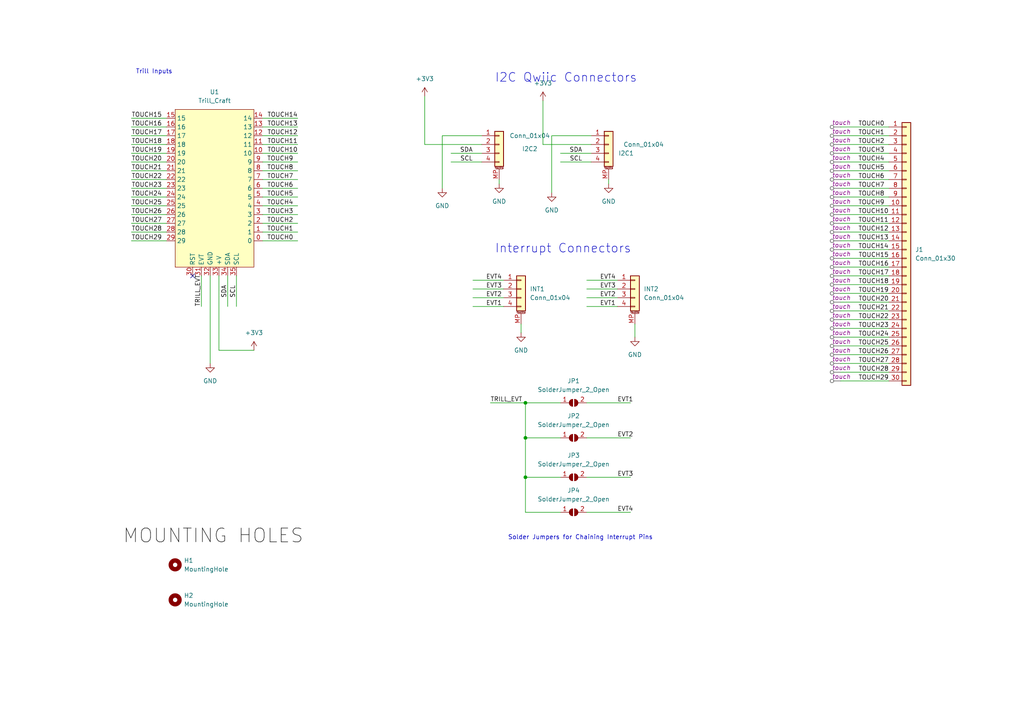
<source format=kicad_sch>
(kicad_sch (version 20230121) (generator eeschema)
  (paper "A4")
  (lib_symbols
    (symbol "+3V3_1" (power) (pin_names (offset 0))
      (property "Value" "+3V3_1" (at 0 3.556 0))
      (symbol "+3V3_1_0_1"
        (polyline (pts (xy -0.762 1.27) (xy 0 2.54)))
        (polyline (pts (xy 0 0) (xy 0 2.54)))
        (polyline (pts (xy 0 2.54) (xy 0.762 1.27)))
      )
      (symbol "+3V3_1_1_1"
        (pin power_in line (at 0 0 90) (length 0) hide (name "+3V3") (number "1"))
      )
    )
    (symbol "Connector_Generic:Conn_01x30" (pin_names (offset 1.016) hide)
      (property "Reference" "J" (at 0 38.1 0))
      (property "Value" "Conn_01x30" (at 0 -40.64 0))
      (symbol "Conn_01x30_1_1"
        (rectangle (start -1.27 -37.973) (end 0 -38.227) (stroke (width 0.1524)))
        (rectangle (start -1.27 -35.433) (end 0 -35.687) (stroke (width 0.1524)))
        (rectangle (start -1.27 -32.893) (end 0 -33.147) (stroke (width 0.1524)))
        (rectangle (start -1.27 -30.353) (end 0 -30.607) (stroke (width 0.1524)))
        (rectangle (start -1.27 -27.813) (end 0 -28.067) (stroke (width 0.1524)))
        (rectangle (start -1.27 -25.273) (end 0 -25.527) (stroke (width 0.1524)))
        (rectangle (start -1.27 -22.733) (end 0 -22.987) (stroke (width 0.1524)))
        (rectangle (start -1.27 -20.193) (end 0 -20.447) (stroke (width 0.1524)))
        (rectangle (start -1.27 -17.653) (end 0 -17.907) (stroke (width 0.1524)))
        (rectangle (start -1.27 -15.113) (end 0 -15.367) (stroke (width 0.1524)))
        (rectangle (start -1.27 -12.573) (end 0 -12.827) (stroke (width 0.1524)))
        (rectangle (start -1.27 -10.033) (end 0 -10.287) (stroke (width 0.1524)))
        (rectangle (start -1.27 -7.493) (end 0 -7.747) (stroke (width 0.1524)))
        (rectangle (start -1.27 -4.953) (end 0 -5.207) (stroke (width 0.1524)))
        (rectangle (start -1.27 -2.413) (end 0 -2.667) (stroke (width 0.1524)))
        (rectangle (start -1.27 0.127) (end 0 -0.127) (stroke (width 0.1524)))
        (rectangle (start -1.27 2.667) (end 0 2.413) (stroke (width 0.1524)))
        (rectangle (start -1.27 5.207) (end 0 4.953) (stroke (width 0.1524)))
        (rectangle (start -1.27 7.747) (end 0 7.493) (stroke (width 0.1524)))
        (rectangle (start -1.27 10.287) (end 0 10.033) (stroke (width 0.1524)))
        (rectangle (start -1.27 12.827) (end 0 12.573) (stroke (width 0.1524)))
        (rectangle (start -1.27 15.367) (end 0 15.113) (stroke (width 0.1524)))
        (rectangle (start -1.27 17.907) (end 0 17.653) (stroke (width 0.1524)))
        (rectangle (start -1.27 20.447) (end 0 20.193) (stroke (width 0.1524)))
        (rectangle (start -1.27 22.987) (end 0 22.733) (stroke (width 0.1524)))
        (rectangle (start -1.27 25.527) (end 0 25.273) (stroke (width 0.1524)))
        (rectangle (start -1.27 28.067) (end 0 27.813) (stroke (width 0.1524)))
        (rectangle (start -1.27 30.607) (end 0 30.353) (stroke (width 0.1524)))
        (rectangle (start -1.27 33.147) (end 0 32.893) (stroke (width 0.1524)))
        (rectangle (start -1.27 35.687) (end 0 35.433) (stroke (width 0.1524)))
        (rectangle (start -1.27 36.83) (end 1.27 -39.37) (stroke (width 0.254)) (fill (type background)))
        (pin passive line (at -5.08 35.56 0) (length 3.81) (name "Pin_1") (number "1"))
        (pin passive line (at -5.08 12.7 0) (length 3.81) (name "Pin_10") (number "10"))
        (pin passive line (at -5.08 10.16 0) (length 3.81) (name "Pin_11") (number "11"))
        (pin passive line (at -5.08 7.62 0) (length 3.81) (name "Pin_12") (number "12"))
        (pin passive line (at -5.08 5.08 0) (length 3.81) (name "Pin_13") (number "13"))
        (pin passive line (at -5.08 2.54 0) (length 3.81) (name "Pin_14") (number "14"))
        (pin passive line (at -5.08 0 0) (length 3.81) (name "Pin_15") (number "15"))
        (pin passive line (at -5.08 -2.54 0) (length 3.81) (name "Pin_16") (number "16"))
        (pin passive line (at -5.08 -5.08 0) (length 3.81) (name "Pin_17") (number "17"))
        (pin passive line (at -5.08 -7.62 0) (length 3.81) (name "Pin_18") (number "18"))
        (pin passive line (at -5.08 -10.16 0) (length 3.81) (name "Pin_19") (number "19"))
        (pin passive line (at -5.08 33.02 0) (length 3.81) (name "Pin_2") (number "2"))
        (pin passive line (at -5.08 -12.7 0) (length 3.81) (name "Pin_20") (number "20"))
        (pin passive line (at -5.08 -15.24 0) (length 3.81) (name "Pin_21") (number "21"))
        (pin passive line (at -5.08 -17.78 0) (length 3.81) (name "Pin_22") (number "22"))
        (pin passive line (at -5.08 -20.32 0) (length 3.81) (name "Pin_23") (number "23"))
        (pin passive line (at -5.08 -22.86 0) (length 3.81) (name "Pin_24") (number "24"))
        (pin passive line (at -5.08 -25.4 0) (length 3.81) (name "Pin_25") (number "25"))
        (pin passive line (at -5.08 -27.94 0) (length 3.81) (name "Pin_26") (number "26"))
        (pin passive line (at -5.08 -30.48 0) (length 3.81) (name "Pin_27") (number "27"))
        (pin passive line (at -5.08 -33.02 0) (length 3.81) (name "Pin_28") (number "28"))
        (pin passive line (at -5.08 -35.56 0) (length 3.81) (name "Pin_29") (number "29"))
        (pin passive line (at -5.08 30.48 0) (length 3.81) (name "Pin_3") (number "3"))
        (pin passive line (at -5.08 -38.1 0) (length 3.81) (name "Pin_30") (number "30"))
        (pin passive line (at -5.08 27.94 0) (length 3.81) (name "Pin_4") (number "4"))
        (pin passive line (at -5.08 25.4 0) (length 3.81) (name "Pin_5") (number "5"))
        (pin passive line (at -5.08 22.86 0) (length 3.81) (name "Pin_6") (number "6"))
        (pin passive line (at -5.08 20.32 0) (length 3.81) (name "Pin_7") (number "7"))
        (pin passive line (at -5.08 17.78 0) (length 3.81) (name "Pin_8") (number "8"))
        (pin passive line (at -5.08 15.24 0) (length 3.81) (name "Pin_9") (number "9"))
      )
    )
    (symbol "Connector_Generic_MountingPin:Conn_01x04_MountingPin" (pin_names (offset 1.016) hide)
      (property "Reference" "J" (at 0 5.08 0))
      (property "Value" "Conn_01x04_MountingPin" (at 1.27 -7.62 0))
      (symbol "Conn_01x04_MountingPin_1_1"
        (rectangle (start -1.27 -4.953) (end 0 -5.207) (stroke (width 0.1524)))
        (rectangle (start -1.27 -2.413) (end 0 -2.667) (stroke (width 0.1524)))
        (rectangle (start -1.27 0.127) (end 0 -0.127) (stroke (width 0.1524)))
        (rectangle (start -1.27 2.667) (end 0 2.413) (stroke (width 0.1524)))
        (rectangle (start -1.27 3.81) (end 1.27 -6.35) (stroke (width 0.254)) (fill (type background)))
        (polyline (pts (xy -1.016 -7.112) (xy 1.016 -7.112)) (stroke (width 0.1524)))
        (text "Mounting" (at 0 -6.731 0) (effects (font (size 0.381 0.381))))
        (pin passive line (at -5.08 2.54 0) (length 3.81) (name "Pin_1") (number "1"))
        (pin passive line (at -5.08 0 0) (length 3.81) (name "Pin_2") (number "2"))
        (pin passive line (at -5.08 -2.54 0) (length 3.81) (name "Pin_3") (number "3"))
        (pin passive line (at -5.08 -5.08 0) (length 3.81) (name "Pin_4") (number "4"))
        (pin passive line (at 0 -10.16 90) (length 3.048) (name "MountPin") (number "MP"))
      )
    )
    (symbol "GND_1" (power) (pin_names (offset 0))
      (property "Value" "GND_1" (at 0 -3.81 0))
      (symbol "GND_1_0_1"
        (polyline (pts (xy 0 0) (xy 0 -1.27) (xy 1.27 -1.27) (xy 0 -2.54) (xy -1.27 -1.27) (xy 0 -1.27)))
      )
      (symbol "GND_1_1_1"
        (pin power_in line (at 0 0 270) (length 0) hide (name "GND") (number "1"))
      )
    )
    (symbol "Jumper:SolderJumper_2_Open" (pin_names (offset 0) hide)
      (property "Reference" "JP" (at 0 2.032 0))
      (property "Value" "SolderJumper_2_Open" (at 0 -2.54 0))
      (symbol "SolderJumper_2_Open_0_1"
        (arc (start -0.254 1.016) (mid -1.2656 0) (end -0.254 -1.016))
        (arc (start -0.254 1.016) (mid -1.2656 0) (end -0.254 -1.016) (fill (type outline)))
        (polyline (pts (xy -0.254 1.016) (xy -0.254 -1.016)))
        (polyline (pts (xy 0.254 1.016) (xy 0.254 -1.016)))
        (arc (start 0.254 -1.016) (mid 1.2656 0) (end 0.254 1.016))
        (arc (start 0.254 -1.016) (mid 1.2656 0) (end 0.254 1.016) (fill (type outline)))
      )
      (symbol "SolderJumper_2_Open_1_1"
        (pin passive line (at -3.81 0 0) (length 2.54) (name "A") (number "1"))
        (pin passive line (at 3.81 0 180) (length 2.54) (name "B") (number "2"))
      )
    )
    (symbol "Mechanical:MountingHole" (pin_names (offset 1.016))
      (property "Reference" "H" (at 0 5.08 0))
      (property "Value" "MountingHole" (at 0 3.175 0))
      (symbol "MountingHole_0_1"
        (circle (center 0 0) (radius 1.27) (stroke (width 1.27)))
      )
    )
    (symbol "power:+3V3" (power) (pin_names (offset 0))
      (property "Value" "+3V3" (at 0 3.556 0))
      (symbol "+3V3_0_1"
        (polyline (pts (xy -0.762 1.27) (xy 0 2.54)))
        (polyline (pts (xy 0 0) (xy 0 2.54)))
        (polyline (pts (xy 0 2.54) (xy 0.762 1.27)))
      )
      (symbol "+3V3_1_1"
        (pin power_in line (at 0 0 90) (length 0) hide (name "+3V3") (number "1"))
      )
    )
    (symbol "power:GND" (power) (pin_names (offset 0))
      (property "Value" "GND" (at 0 -3.81 0))
      (symbol "GND_0_1"
        (polyline (pts (xy 0 0) (xy 0 -1.27) (xy 1.27 -1.27) (xy 0 -2.54) (xy -1.27 -1.27) (xy 0 -1.27)))
      )
      (symbol "GND_1_1"
        (pin power_in line (at 0 0 270) (length 0) hide (name "GND") (number "1"))
      )
    )
    (symbol "trill-symbols:Trill_Craft"
      (property "Reference" "U" (at 0 2.54 0))
      (property "Value" "Trill_Craft" (at 0 0 0))
      (symbol "Trill_Craft_0_1"
        (rectangle (start -11.43 21.59) (end 11.43 -24.13) (fill (type background)))
      )
      (symbol "Trill_Craft_1_1"
        (pin input line (at 13.97 -16.51 180) (length 2.54) (name "0") (number "0"))
        (pin input line (at 13.97 -13.97 180) (length 2.54) (name "1") (number "1"))
        (pin input line (at 13.97 8.89 180) (length 2.54) (name "10") (number "10"))
        (pin input line (at 13.97 11.43 180) (length 2.54) (name "11") (number "11"))
        (pin input line (at 13.97 13.97 180) (length 2.54) (name "12") (number "12"))
        (pin input line (at 13.97 16.51 180) (length 2.54) (name "13") (number "13"))
        (pin input line (at 13.97 19.05 180) (length 2.54) (name "14") (number "14"))
        (pin input line (at -13.97 19.05 0) (length 2.54) (name "15") (number "15"))
        (pin input line (at -13.97 16.51 0) (length 2.54) (name "16") (number "16"))
        (pin input line (at -13.97 13.97 0) (length 2.54) (name "17") (number "17"))
        (pin input line (at -13.97 11.43 0) (length 2.54) (name "18") (number "18"))
        (pin input line (at -13.97 8.89 0) (length 2.54) (name "19") (number "19"))
        (pin input line (at 13.97 -11.43 180) (length 2.54) (name "2") (number "2"))
        (pin input line (at -13.97 6.35 0) (length 2.54) (name "20") (number "20"))
        (pin input line (at -13.97 3.81 0) (length 2.54) (name "21") (number "21"))
        (pin input line (at -13.97 1.27 0) (length 2.54) (name "22") (number "22"))
        (pin input line (at -13.97 -1.27 0) (length 2.54) (name "23") (number "23"))
        (pin input line (at -13.97 -3.81 0) (length 2.54) (name "24") (number "24"))
        (pin input line (at -13.97 -6.35 0) (length 2.54) (name "25") (number "25"))
        (pin input line (at -13.97 -8.89 0) (length 2.54) (name "26") (number "26"))
        (pin input line (at -13.97 -11.43 0) (length 2.54) (name "27") (number "27"))
        (pin input line (at -13.97 -13.97 0) (length 2.54) (name "28") (number "28"))
        (pin input line (at -13.97 -16.51 0) (length 2.54) (name "29") (number "29"))
        (pin input line (at 13.97 -8.89 180) (length 2.54) (name "3") (number "3"))
        (pin input line (at -6.35 -26.67 90) (length 2.54) (name "RST") (number "30"))
        (pin input line (at -3.81 -26.67 90) (length 2.54) (name "EVT") (number "31"))
        (pin power_in line (at -1.27 -26.67 90) (length 2.54) (name "GND") (number "32"))
        (pin power_in line (at 1.27 -26.67 90) (length 2.54) (name "+V") (number "33"))
        (pin bidirectional line (at 3.81 -26.67 90) (length 2.54) (name "SDA") (number "34"))
        (pin bidirectional line (at 6.35 -26.67 90) (length 2.54) (name "SCL") (number "35"))
        (pin input line (at 13.97 -6.35 180) (length 2.54) (name "4") (number "4"))
        (pin input line (at 13.97 -3.81 180) (length 2.54) (name "5") (number "5"))
        (pin input line (at 13.97 -1.27 180) (length 2.54) (name "6") (number "6"))
        (pin input line (at 13.97 1.27 180) (length 2.54) (name "7") (number "7"))
        (pin input line (at 13.97 3.81 180) (length 2.54) (name "8") (number "8"))
        (pin input line (at 13.97 6.35 180) (length 2.54) (name "9") (number "9"))
      )
    )
  )
  (junction (at 152.4 116.84))
  (junction (at 152.4 127))
  (junction (at 152.4 138.43))
  (no_connect (at 55.88 80.01))
  (wire (pts (xy 137.16 86.36) (xy 146.05 86.36)))
  (wire (pts (xy 86.36 54.61) (xy 76.2 54.61)))
  (wire (pts (xy 66.04 80.01) (xy 66.04 88.9)))
  (wire (pts (xy 243.84 82.55) (xy 257.81 82.55)))
  (wire (pts (xy 243.84 59.69) (xy 257.81 59.69)))
  (wire (pts (xy 48.26 34.29) (xy 38.1 34.29)))
  (wire (pts (xy 86.36 57.15) (xy 76.2 57.15)))
  (wire (pts (xy 243.84 97.79) (xy 257.81 97.79)))
  (wire (pts (xy 162.56 138.43) (xy 152.4 138.43)))
  (wire (pts (xy 152.4 116.84) (xy 162.56 116.84)))
  (wire (pts (xy 58.42 80.01) (xy 58.42 88.9)))
  (wire (pts (xy 76.2 34.29) (xy 86.36 34.29)))
  (wire (pts (xy 76.2 39.37) (xy 86.36 39.37)))
  (wire (pts (xy 137.16 83.82) (xy 146.05 83.82)))
  (wire (pts (xy 63.5 101.6) (xy 73.66 101.6)))
  (wire (pts (xy 243.84 87.63) (xy 257.81 87.63)))
  (wire (pts (xy 48.26 69.85) (xy 38.1 69.85)))
  (wire (pts (xy 86.36 52.07) (xy 76.2 52.07)))
  (wire (pts (xy 48.26 62.23) (xy 38.1 62.23)))
  (wire (pts (xy 157.48 29.21) (xy 157.48 41.91)))
  (wire (pts (xy 171.45 46.99) (xy 162.56 46.99)))
  (wire (pts (xy 152.4 116.84) (xy 152.4 127)))
  (wire (pts (xy 243.84 62.23) (xy 257.81 62.23)))
  (wire (pts (xy 128.27 39.37) (xy 128.27 54.61)))
  (wire (pts (xy 139.7 46.99) (xy 130.81 46.99)))
  (wire (pts (xy 139.7 44.45) (xy 130.81 44.45)))
  (wire (pts (xy 123.19 27.94) (xy 123.19 41.91)))
  (wire (pts (xy 137.16 81.28) (xy 146.05 81.28)))
  (wire (pts (xy 243.84 105.41) (xy 257.81 105.41)))
  (wire (pts (xy 243.84 44.45) (xy 257.81 44.45)))
  (wire (pts (xy 86.36 59.69) (xy 76.2 59.69)))
  (wire (pts (xy 48.26 39.37) (xy 38.1 39.37)))
  (wire (pts (xy 243.84 69.85) (xy 257.81 69.85)))
  (wire (pts (xy 243.84 80.01) (xy 257.81 80.01)))
  (wire (pts (xy 86.36 46.99) (xy 76.2 46.99)))
  (wire (pts (xy 243.84 64.77) (xy 257.81 64.77)))
  (wire (pts (xy 48.26 41.91) (xy 38.1 41.91)))
  (wire (pts (xy 162.56 148.59) (xy 152.4 148.59)))
  (wire (pts (xy 152.4 138.43) (xy 152.4 148.59)))
  (wire (pts (xy 243.84 102.87) (xy 257.81 102.87)))
  (wire (pts (xy 171.45 44.45) (xy 162.56 44.45)))
  (wire (pts (xy 170.18 83.82) (xy 179.07 83.82)))
  (wire (pts (xy 68.58 80.01) (xy 68.58 88.9)))
  (wire (pts (xy 142.24 116.84) (xy 152.4 116.84)))
  (wire (pts (xy 48.26 59.69) (xy 38.1 59.69)))
  (wire (pts (xy 48.26 64.77) (xy 38.1 64.77)))
  (wire (pts (xy 48.26 52.07) (xy 38.1 52.07)))
  (wire (pts (xy 170.18 127) (xy 182.88 127)))
  (wire (pts (xy 63.5 80.01) (xy 63.5 101.6)))
  (wire (pts (xy 76.2 44.45) (xy 86.36 44.45)))
  (wire (pts (xy 86.36 49.53) (xy 76.2 49.53)))
  (wire (pts (xy 48.26 54.61) (xy 38.1 54.61)))
  (wire (pts (xy 86.36 62.23) (xy 76.2 62.23)))
  (wire (pts (xy 60.96 105.41) (xy 60.96 80.01)))
  (wire (pts (xy 243.84 110.49) (xy 257.81 110.49)))
  (wire (pts (xy 48.26 44.45) (xy 38.1 44.45)))
  (wire (pts (xy 170.18 88.9) (xy 179.07 88.9)))
  (wire (pts (xy 243.84 90.17) (xy 257.81 90.17)))
  (wire (pts (xy 170.18 116.84) (xy 182.88 116.84)))
  (wire (pts (xy 171.45 41.91) (xy 157.48 41.91)))
  (wire (pts (xy 86.36 64.77) (xy 76.2 64.77)))
  (wire (pts (xy 86.36 69.85) (xy 76.2 69.85)))
  (wire (pts (xy 243.84 39.37) (xy 257.81 39.37)))
  (wire (pts (xy 48.26 49.53) (xy 38.1 49.53)))
  (wire (pts (xy 152.4 127) (xy 152.4 138.43)))
  (wire (pts (xy 48.26 46.99) (xy 38.1 46.99)))
  (wire (pts (xy 170.18 81.28) (xy 179.07 81.28)))
  (wire (pts (xy 76.2 41.91) (xy 86.36 41.91)))
  (wire (pts (xy 162.56 127) (xy 152.4 127)))
  (wire (pts (xy 48.26 36.83) (xy 38.1 36.83)))
  (wire (pts (xy 176.53 53.34) (xy 176.53 52.07)))
  (wire (pts (xy 76.2 36.83) (xy 86.36 36.83)))
  (wire (pts (xy 86.36 67.31) (xy 76.2 67.31)))
  (wire (pts (xy 139.7 41.91) (xy 123.19 41.91)))
  (wire (pts (xy 170.18 148.59) (xy 182.88 148.59)))
  (wire (pts (xy 243.84 95.25) (xy 257.81 95.25)))
  (wire (pts (xy 151.13 96.52) (xy 151.13 93.98)))
  (wire (pts (xy 243.84 54.61) (xy 257.81 54.61)))
  (wire (pts (xy 243.84 52.07) (xy 257.81 52.07)))
  (wire (pts (xy 243.84 72.39) (xy 257.81 72.39)))
  (wire (pts (xy 243.84 77.47) (xy 257.81 77.47)))
  (wire (pts (xy 170.18 138.43) (xy 182.88 138.43)))
  (wire (pts (xy 243.84 74.93) (xy 257.81 74.93)))
  (wire (pts (xy 243.84 49.53) (xy 257.81 49.53)))
  (wire (pts (xy 171.45 39.37) (xy 160.02 39.37)))
  (wire (pts (xy 48.26 57.15) (xy 38.1 57.15)))
  (wire (pts (xy 243.84 41.91) (xy 257.81 41.91)))
  (wire (pts (xy 48.26 67.31) (xy 38.1 67.31)))
  (wire (pts (xy 243.84 107.95) (xy 257.81 107.95)))
  (wire (pts (xy 243.84 67.31) (xy 257.81 67.31)))
  (wire (pts (xy 160.02 39.37) (xy 160.02 55.88)))
  (wire (pts (xy 243.84 100.33) (xy 257.81 100.33)))
  (wire (pts (xy 243.84 36.83) (xy 257.81 36.83)))
  (wire (pts (xy 139.7 39.37) (xy 128.27 39.37)))
  (wire (pts (xy 243.84 92.71) (xy 257.81 92.71)))
  (wire (pts (xy 137.16 88.9) (xy 146.05 88.9)))
  (wire (pts (xy 144.78 53.34) (xy 144.78 52.07)))
  (wire (pts (xy 170.18 86.36) (xy 179.07 86.36)))
  (wire (pts (xy 243.84 46.99) (xy 257.81 46.99)))
  (wire (pts (xy 184.15 97.79) (xy 184.15 93.98)))
  (wire (pts (xy 243.84 85.09) (xy 257.81 85.09)))
  (wire (pts (xy 243.84 57.15) (xy 257.81 57.15)))
  (text "Trill Inputs" (at 39.37 21.59 0) (effects (font (size 1.27 1.27)) (justify left bottom)))
  (text "Interrupt Connectors" (at 143.51 73.66 0) (effects (font (size 2.54 2.54)) (justify left bottom)))
  (text "Solder Jumpers for Chaining Interrupt Pins\n\n" (at 147.32 158.75 0) (effects (font (size 1.27 1.27)) (justify left bottom)))
  (text "I2C Qwiic Connectors" (at 143.51 24.13 0) (effects (font (size 2.54 2.54)) (justify left bottom)))
  (label "EVT4" (at 173.99 81.28 0))
  (label "TOUCH4" (at 248.92 46.99 0))
  (label "TOUCH29" (at 46.99 69.85 180))
  (label "TOUCH7" (at 85.09 52.07 180))
  (label "TRILL_EVT" (at 58.42 88.9 90))
  (label "MOUNTING HOLES" (at 35.56 158.75 0) (effects (font (size 4 4))))
  (label "SDA" (at 137.16 44.45 180))
  (label "TOUCH11" (at 248.92 64.77 0))
  (label "TOUCH15" (at 257.81 74.93 180))
  (label "TOUCH4" (at 85.09 59.69 180))
  (label "EVT3" (at 140.97 83.82 0))
  (label "EVT2" (at 140.97 86.36 0))
  (label "TOUCH22" (at 46.99 52.07 180))
  (label "SCL" (at 168.91 46.99 180))
  (label "TOUCH23" (at 257.81 95.25 180))
  (label "EVT2" (at 173.99 86.36 0))
  (label "TOUCH27" (at 46.99 64.77 180))
  (label "TOUCH6" (at 248.92 52.07 0))
  (label "EVT1" (at 173.99 88.9 0))
  (label "SCL" (at 137.16 46.99 180))
  (label "EVT4" (at 179.07 148.59 0))
  (label "SDA" (at 66.04 86.36 90))
  (label "TOUCH12" (at 248.92 67.31 0))
  (label "TOUCH18" (at 46.99 41.91 180))
  (label "TOUCH22" (at 257.81 92.71 180))
  (label "TOUCH10" (at 248.92 62.23 0))
  (label "TOUCH28" (at 257.81 107.95 180))
  (label "TOUCH24" (at 46.99 57.15 180))
  (label "TOUCH14" (at 248.92 72.39 0))
  (label "TOUCH17" (at 257.81 80.01 180))
  (label "TOUCH8" (at 248.92 57.15 0))
  (label "TOUCH0" (at 248.92 36.83 0))
  (label "TOUCH5" (at 248.92 49.53 0))
  (label "TOUCH28" (at 46.99 67.31 180))
  (label "TOUCH2" (at 85.09 64.77 180))
  (label "TOUCH16" (at 46.99 36.83 180))
  (label "TOUCH10" (at 86.36 44.45 180))
  (label "TOUCH20" (at 46.99 46.99 180))
  (label "TOUCH25" (at 46.99 59.69 180))
  (label "TOUCH21" (at 257.81 90.17 180))
  (label "TOUCH2" (at 248.92 41.91 0))
  (label "TOUCH21" (at 46.99 49.53 180))
  (label "TOUCH1" (at 248.92 39.37 0))
  (label "TOUCH27" (at 257.81 105.41 180))
  (label "TOUCH6" (at 85.09 54.61 180))
  (label "TOUCH17" (at 46.99 39.37 180))
  (label "TOUCH23" (at 46.99 54.61 180))
  (label "TOUCH14" (at 86.36 34.29 180))
  (label "EVT3" (at 179.07 138.43 0))
  (label "SCL" (at 68.58 86.36 90))
  (label "TOUCH29" (at 257.81 110.49 180))
  (label "TOUCH0" (at 85.09 69.85 180))
  (label "TOUCH15" (at 46.99 34.29 180))
  (label "EVT1" (at 179.07 116.84 0))
  (label "EVT3" (at 173.99 83.82 0))
  (label "TOUCH8" (at 85.09 49.53 180))
  (label "TOUCH19" (at 257.81 85.09 180))
  (label "TOUCH9" (at 85.09 46.99 180))
  (label "TOUCH24" (at 257.81 97.79 180))
  (label "TOUCH26" (at 46.99 62.23 180))
  (label "EVT4" (at 140.97 81.28 0))
  (label "TRILL_EVT" (at 142.24 116.84 0))
  (label "TOUCH1" (at 85.09 67.31 180))
  (label "EVT1" (at 140.97 88.9 0))
  (label "SDA" (at 168.91 44.45 180))
  (label "TOUCH13" (at 248.92 69.85 0))
  (label "EVT2" (at 179.07 127 0))
  (label "TOUCH25" (at 257.81 100.33 180))
  (label "TOUCH7" (at 248.92 54.61 0))
  (label "TOUCH3" (at 248.92 44.45 0))
  (label "TOUCH12" (at 86.36 39.37 180))
  (label "TOUCH16" (at 257.81 77.47 180))
  (label "TOUCH3" (at 85.09 62.23 180))
  (label "TOUCH9" (at 248.92 59.69 0))
  (label "TOUCH18" (at 257.81 82.55 180))
  (label "TOUCH26" (at 257.81 102.87 180))
  (label "TOUCH19" (at 46.99 44.45 180))
  (label "TOUCH13" (at 86.36 36.83 180))
  (label "TOUCH20" (at 257.81 87.63 180))
  (label "TOUCH11" (at 86.36 41.91 180))
  (label "TOUCH5" (at 85.09 57.15 180))
  (netclass_flag "" (length 2.54) (shape round) (at 243.84 77.47 90) (property "Netclass" "touch" (at 241.3 76.2 0) (effects (font italic) (justify left))))
  (netclass_flag "" (length 2.54) (shape round) (at 243.84 46.99 90) (property "Netclass" "touch" (at 241.3 45.72 0) (effects (font italic) (justify left))))
  (netclass_flag "" (length 2.54) (shape round) (at 243.84 92.71 90) (property "Netclass" "touch" (at 241.3 91.44 0) (effects (font italic) (justify left))))
  (netclass_flag "" (length 2.54) (shape round) (at 243.84 49.53 90) (property "Netclass" "touch" (at 241.3 48.26 0) (effects (font italic) (justify left))))
  (netclass_flag "" (length 2.54) (shape round) (at 243.84 57.15 90) (property "Netclass" "touch" (at 241.3 55.88 0) (effects (font italic) (justify left))))
  (netclass_flag "" (length 2.54) (shape round) (at 243.84 90.17 90) (property "Netclass" "touch" (at 241.3 88.9 0) (effects (font italic) (justify left))))
  (netclass_flag "" (length 2.54) (shape round) (at 243.84 64.77 90) (property "Netclass" "touch" (at 241.3 63.5 0) (effects (font italic) (justify left))))
  (netclass_flag "" (length 2.54) (shape round) (at 243.84 95.25 90) (property "Netclass" "touch" (at 241.3 93.98 0) (effects (font italic) (justify left))))
  (netclass_flag "" (length 2.54) (shape round) (at 243.84 44.45 90) (property "Netclass" "touch" (at 241.3 43.18 0) (effects (font italic) (justify left))))
  (netclass_flag "" (length 2.54) (shape round) (at 243.84 100.33 90) (property "Netclass" "touch" (at 241.3 99.06 0) (effects (font italic) (justify left))))
  (netclass_flag "" (length 2.54) (shape round) (at 243.84 82.55 90) (property "Netclass" "touch" (at 241.3 81.28 0) (effects (font italic) (justify left))))
  (netclass_flag "" (length 2.54) (shape round) (at 243.84 80.01 90) (property "Netclass" "touch" (at 241.3 78.74 0) (effects (font italic) (justify left))))
  (netclass_flag "" (length 2.54) (shape round) (at 243.84 74.93 90) (property "Netclass" "touch" (at 241.3 73.66 0) (effects (font italic) (justify left))))
  (netclass_flag "" (length 2.54) (shape round) (at 243.84 72.39 90) (property "Netclass" "touch" (at 241.3 71.12 0) (effects (font italic) (justify left))))
  (netclass_flag "" (length 2.54) (shape round) (at 243.84 87.63 90) (property "Netclass" "touch" (at 241.3 86.36 0) (effects (font italic) (justify left))))
  (netclass_flag "" (length 2.54) (shape round) (at 243.84 41.91 90) (property "Netclass" "touch" (at 241.3 40.64 0) (effects (font italic) (justify left))))
  (netclass_flag "" (length 2.54) (shape round) (at 243.84 59.69 90) (property "Netclass" "touch" (at 241.3 58.42 0) (effects (font italic) (justify left))))
  (netclass_flag "" (length 2.54) (shape round) (at 243.84 36.83 90) (property "Netclass" "touch" (at 241.3 35.56 0) (effects (font italic) (justify left))))
  (netclass_flag "" (length 2.54) (shape round) (at 243.84 69.85 90) (property "Netclass" "touch" (at 241.3 68.58 0) (effects (font italic) (justify left))))
  (netclass_flag "" (length 2.54) (shape round) (at 243.84 97.79 90) (property "Netclass" "touch" (at 241.3 96.52 0) (effects (font italic) (justify left))))
  (netclass_flag "" (length 2.54) (shape round) (at 243.84 105.41 90) (property "Netclass" "touch" (at 241.3 104.14 0) (effects (font italic) (justify left))))
  (netclass_flag "" (length 2.54) (shape round) (at 243.84 102.87 90) (property "Netclass" "touch" (at 241.3 101.6 0) (effects (font italic) (justify left))))
  (netclass_flag "" (length 2.54) (shape round) (at 243.84 67.31 90) (property "Netclass" "touch" (at 241.3 66.04 0) (effects (font italic) (justify left))))
  (netclass_flag "" (length 2.54) (shape round) (at 243.84 52.07 90) (property "Netclass" "touch" (at 241.3 50.8 0) (effects (font italic) (justify left))))
  (netclass_flag "" (length 2.54) (shape round) (at 243.84 107.95 90) (property "Netclass" "touch" (at 241.3 106.68 0) (effects (font italic) (justify left))))
  (netclass_flag "" (length 2.54) (shape round) (at 243.84 62.23 90) (property "Netclass" "touch" (at 241.3 60.96 0) (effects (font italic) (justify left))))
  (netclass_flag "" (length 2.54) (shape round) (at 243.84 85.09 90) (property "Netclass" "touch" (at 241.3 83.82 0) (effects (font italic) (justify left))))
  (netclass_flag "" (length 2.54) (shape round) (at 243.84 39.37 90) (property "Netclass" "touch" (at 241.3 38.1 0) (effects (font italic) (justify left))))
  (netclass_flag "" (length 2.54) (shape round) (at 243.84 54.61 90) (property "Netclass" "touch" (at 241.3 53.34 0) (effects (font italic) (justify left))))
  (netclass_flag "" (length 2.54) (shape round) (at 243.84 110.49 90) (property "Netclass" "touch" (at 241.3 109.22 0) (effects (font italic) (justify left))))
  (symbol (lib_id "Connector_Generic_MountingPin:Conn_01x04_MountingPin") (at 144.78 41.91 0) (unit 1)
    (property "Reference" "I2C2" (at 153.67 43.18 0))
    (property "Value" "Conn_01x04" (at 153.67 39.37 0))
    (property "Footprint" "JST-footprints:JST_SH_BM04B-SRSS-TB_1x04-1MP_P1.00mm_Vertical" (effects hide))
    (property "Description Value Pkg" "Connector Header Surface Mount, Right Angle 4 position 0.039\" (1.00mm)" (effects hide))
    (property "Mfg Part #" "BM04B-SRSS-TB" (effects hide))
  )
  (symbol (lib_name "GND_1") (lib_id "power:GND") (at 144.78 53.34 0) (unit 1)
    (property "Reference" "#PWR017" (effects hide))
    (property "Value" "GND" (at 144.78 58.42 0))
  )
  (symbol (lib_name "GND_1") (lib_id "power:GND") (at 128.27 54.61 0) (unit 1)
    (property "Reference" "#PWR01" (effects hide))
    (property "Value" "GND" (at 128.27 59.69 0))
  )
  (symbol (lib_id "power:+3V3") (at 73.66 101.6 0) (unit 1)
    (property "Reference" "#PWR05" (effects hide))
    (property "Value" "+3V3" (at 73.66 96.52 0))
  )
  (symbol (lib_id "Mechanical:MountingHole") (at 50.8 163.83 0) (unit 1) (in_bom no)
    (property "Reference" "H1" (at 53.34 162.56 0) (effects (justify left)))
    (property "Value" "MountingHole" (at 53.34 165.1 0) (effects (justify left)))
    (property "Footprint" "MountingHole:MountingHole_3.2mm_M3_DIN965" (effects hide))
  )
  (symbol (lib_id "Jumper:SolderJumper_2_Open") (at 166.37 116.84 0) (unit 1) (in_bom no)
    (property "Reference" "JP1" (at 166.37 110.49 0))
    (property "Value" "SolderJumper_2_Open" (at 166.37 113.03 0))
    (property "Footprint" "Jumper:SolderJumper-2_P1.3mm_Open_RoundedPad1.0x1.5mm" (effects hide))
  )
  (symbol (lib_name "+3V3_1") (lib_id "power:+3V3") (at 157.48 29.21 0) (unit 1)
    (property "Reference" "#PWR016" (effects hide))
    (property "Value" "+3V3" (at 157.48 24.13 0))
  )
  (symbol (lib_name "GND_1") (lib_id "power:GND") (at 160.02 55.88 0) (unit 1)
    (property "Reference" "#PWR015" (effects hide))
    (property "Value" "GND" (at 160.02 60.96 0))
  )
  (symbol (lib_id "Connector_Generic_MountingPin:Conn_01x04_MountingPin") (at 176.53 41.91 0) (unit 1)
    (property "Reference" "I2C1" (at 181.61 44.45 0))
    (property "Value" "Conn_01x04" (at 186.69 41.91 0))
    (property "Footprint" "JST-footprints:JST_SH_BM04B-SRSS-TB_1x04-1MP_P1.00mm_Vertical" (effects hide))
    (property "Description Value Pkg" "Connector Header Surface Mount, Right Angle 4 position 0.039\" (1.00mm)" (effects hide))
    (property "Mfg Part #" "BM04B-SRSS-TB" (effects hide))
  )
  (symbol (lib_id "Jumper:SolderJumper_2_Open") (at 166.37 148.59 0) (unit 1) (in_bom no)
    (property "Reference" "JP4" (at 166.37 142.24 0))
    (property "Value" "SolderJumper_2_Open" (at 166.37 144.78 0))
    (property "Footprint" "Jumper:SolderJumper-2_P1.3mm_Open_RoundedPad1.0x1.5mm" (effects hide))
  )
  (symbol (lib_name "GND_1") (lib_id "power:GND") (at 184.15 97.79 0) (unit 1)
    (property "Reference" "#PWR010" (effects hide))
    (property "Value" "GND" (at 184.15 102.87 0))
  )
  (symbol (lib_id "Mechanical:MountingHole") (at 50.8 173.99 0) (unit 1) (in_bom no)
    (property "Reference" "H2" (at 53.34 172.72 0) (effects (justify left)))
    (property "Value" "MountingHole" (at 53.34 175.26 0) (effects (justify left)))
    (property "Footprint" "MountingHole:MountingHole_3.2mm_M3_DIN965" (effects hide))
  )
  (symbol (lib_name "+3V3_1") (lib_id "power:+3V3") (at 123.19 27.94 0) (unit 1)
    (property "Reference" "#PWR02" (effects hide))
    (property "Value" "+3V3" (at 123.19 22.86 0))
  )
  (symbol (lib_id "trill-symbols:Trill_Craft") (at 62.23 53.34 0) (unit 1) (in_bom no)
    (property "Reference" "U1" (at 62.23 26.67 0))
    (property "Value" "Trill_Craft" (at 62.23 29.21 0))
    (property "Footprint" "trill-footprints:Trill-Craft-Headers" (effects hide))
    (property "Datasheet" "https://github.com/BelaPlatform/Trill/blob/master/trill_datasheet.pdf" (effects hide))
  )
  (symbol (lib_name "GND_1") (lib_id "power:GND") (at 151.13 96.52 0) (unit 1)
    (property "Reference" "#PWR09" (effects hide))
    (property "Value" "GND" (at 151.13 101.6 0))
  )
  (symbol (lib_id "Connector_Generic_MountingPin:Conn_01x04_MountingPin") (at 184.15 83.82 0) (unit 1)
    (property "Reference" "INT2" (at 186.69 83.82 0) (effects (justify left)))
    (property "Value" "Conn_01x04" (at 186.69 86.36 0) (effects (justify left)))
    (property "Footprint" "JST-footprints:JST_SH_BM04B-SRSS-TB_1x04-1MP_P1.00mm_Vertical" (effects hide))
    (property "Description Value Pkg" "Connector Header Surface Mount, Right Angle 4 position 0.039\" (1.00mm)" (effects hide))
    (property "Mfg Part #" "BM04B-SRSS-TB" (effects hide))
  )
  (symbol (lib_id "power:GND") (at 60.96 105.41 0) (unit 1)
    (property "Reference" "#PWR06" (effects hide))
    (property "Value" "GND" (at 60.96 110.49 0))
  )
  (symbol (lib_id "Connector_Generic:Conn_01x30") (at 262.89 72.39 0) (unit 1)
    (property "Reference" "J1" (at 265.43 72.39 0) (effects (justify left)))
    (property "Value" "Conn_01x30" (at 265.43 74.93 0) (effects (justify left)))
    (property "Footprint" "touch-sensors:tstick-buttons" (effects hide))
  )
  (symbol (lib_id "Jumper:SolderJumper_2_Open") (at 166.37 127 0) (unit 1) (in_bom no)
    (property "Reference" "JP2" (at 166.37 120.65 0))
    (property "Value" "SolderJumper_2_Open" (at 166.37 123.19 0))
    (property "Footprint" "Jumper:SolderJumper-2_P1.3mm_Open_RoundedPad1.0x1.5mm" (effects hide))
  )
  (symbol (lib_name "GND_1") (lib_id "power:GND") (at 176.53 53.34 0) (unit 1)
    (property "Reference" "#PWR018" (effects hide))
    (property "Value" "GND" (at 176.53 58.42 0))
  )
  (symbol (lib_id "Connector_Generic_MountingPin:Conn_01x04_MountingPin") (at 151.13 83.82 0) (unit 1)
    (property "Reference" "INT1" (at 153.67 83.82 0) (effects (justify left)))
    (property "Value" "Conn_01x04" (at 153.67 86.36 0) (effects (justify left)))
    (property "Footprint" "JST-footprints:JST_SH_BM04B-SRSS-TB_1x04-1MP_P1.00mm_Vertical" (effects hide))
    (property "Description Value Pkg" "Connector Header Surface Mount, Right Angle 4 position 0.039\" (1.00mm)" (effects hide))
    (property "Mfg Part #" "BM04B-SRSS-TB" (effects hide))
  )
  (symbol (lib_id "Jumper:SolderJumper_2_Open") (at 166.37 138.43 0) (unit 1) (in_bom no)
    (property "Reference" "JP3" (at 166.37 132.08 0))
    (property "Value" "SolderJumper_2_Open" (at 166.37 134.62 0))
    (property "Footprint" "Jumper:SolderJumper-2_P1.3mm_Open_RoundedPad1.0x1.5mm" (effects hide))
  )
)
</source>
